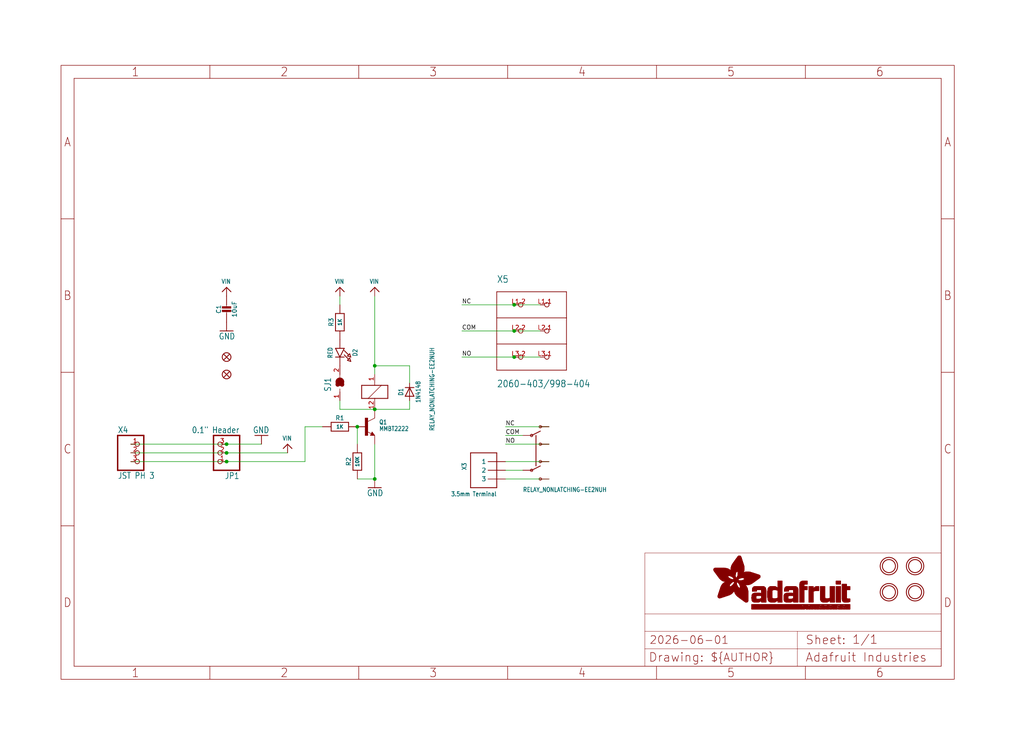
<source format=kicad_sch>
(kicad_sch (version 20230121) (generator eeschema)
  (paper "User" 298.45 217.322)
  (lib_symbols
    (symbol "working-eagle-import:2060-403/998-404"
      (property "Reference" "X" (at -10.16 13.97 0))
      (symbol "2060-403/998-404_1_0"
        (pin bidirectional inverted (at 2.54 7.62 0) (length 2.54) (name "P1.1") (number "L1.1"))
        (pin bidirectional inverted (at -5.08 7.62 0) (length 2.54) (name "P1.2") (number "L1.2"))
        (pin bidirectional inverted (at 2.54 0 0) (length 2.54) (name "P2.1") (number "L2.1"))
        (pin bidirectional inverted (at -5.08 0 0) (length 2.54) (name "P2.2") (number "L2.2"))
        (pin bidirectional inverted (at 2.54 -7.62 0) (length 2.54) (name "P3.1") (number "L3.1"))
        (pin bidirectional inverted (at -5.08 -7.62 0) (length 2.54) (name "P3.2") (number "L3.2"))
      )
    )
    (symbol "working-eagle-import:CAP_CERAMIC0805-NOOUTLINE"
      (property "Reference" "C" (at -2.29 1.25 90))
      (symbol "CAP_CERAMIC0805-NOOUTLINE_1_0"
        (pin passive line (at 0 5.08 270) (length 2.54) (name "1") (number "1"))
        (pin passive line (at 0 -2.54 90) (length 2.54) (name "2") (number "2"))
      )
    )
    (symbol "working-eagle-import:CON_JST_PH_3PIN"
      (property "Reference" "X" (at -6.35 5.715 0))
      (symbol "CON_JST_PH_3PIN_1_0"
        (pin passive inverted (at -2.54 2.54 0) (length 2.54) (name "1") (number "1"))
        (pin passive inverted (at -2.54 0 0) (length 2.54) (name "2") (number "2"))
        (pin passive inverted (at -2.54 -2.54 0) (length 2.54) (name "3") (number "3"))
      )
    )
    (symbol "working-eagle-import:DIODESOD-323"
      (property "Reference" "D" (at 0 2.54 0))
      (symbol "DIODESOD-323_1_0"
        (pin passive line (at -2.54 0 0) (length 2.54) (name "A") (number "A"))
        (pin passive line (at 2.54 0 180) (length 2.54) (name "C") (number "C"))
      )
    )
    (symbol "working-eagle-import:FIDUCIAL_1MM")
    (symbol "working-eagle-import:FRAME_A4_ADAFRUIT"
      (symbol "FRAME_A4_ADAFRUIT_1_0"
        (text "${#}/${##}" (at 230.505 10.16 0) (effects (font (size 2.54 2.54)) (justify left bottom)))
        (text "${AUTHOR}" (at 189.23 5.08 0) (effects (font (size 2.286 2.286)) (justify left bottom)))
        (text "${CURRENT_DATE}" (at 171.45 10.16 0) (effects (font (size 2.286 2.286)) (justify left bottom)))
        (text "${PROJECTNAME}" (at 171.45 15.24 0) (effects (font (size 2.54 2.54)) (justify left bottom)))
        (text "1" (at 21.6958 1.905 0) (effects (font (size 2.54 2.286))))
        (text "1" (at 21.6958 177.165 0) (effects (font (size 2.54 2.286))))
        (text "2" (at 65.0875 1.905 0) (effects (font (size 2.54 2.286))))
        (text "2" (at 65.0875 177.165 0) (effects (font (size 2.54 2.286))))
        (text "3" (at 108.4792 1.905 0) (effects (font (size 2.54 2.286))))
        (text "3" (at 108.4792 177.165 0) (effects (font (size 2.54 2.286))))
        (text "4" (at 151.8708 1.905 0) (effects (font (size 2.54 2.286))))
        (text "4" (at 151.8708 177.165 0) (effects (font (size 2.54 2.286))))
        (text "5" (at 195.2625 1.905 0) (effects (font (size 2.54 2.286))))
        (text "5" (at 195.2625 177.165 0) (effects (font (size 2.54 2.286))))
        (text "6" (at 238.6542 1.905 0) (effects (font (size 2.54 2.286))))
        (text "6" (at 238.6542 177.165 0) (effects (font (size 2.54 2.286))))
        (text "A" (at 1.905 156.6863 0) (effects (font (size 2.54 2.286))))
        (text "A" (at 258.445 156.6863 0) (effects (font (size 2.54 2.286))))
        (text "Adafruit Industries" (at 216.916 4.953 0) (effects (font (size 2.54 2.54)) (justify left bottom)))
        (text "B" (at 1.905 111.9188 0) (effects (font (size 2.54 2.286))))
        (text "B" (at 258.445 111.9188 0) (effects (font (size 2.54 2.286))))
        (text "C" (at 1.905 67.1513 0) (effects (font (size 2.54 2.286))))
        (text "C" (at 258.445 67.1513 0) (effects (font (size 2.54 2.286))))
        (text "D" (at 1.905 22.3838 0) (effects (font (size 2.54 2.286))))
        (text "D" (at 258.445 22.3838 0) (effects (font (size 2.54 2.286))))
        (text "Drawing:" (at 171.196 4.953 0) (effects (font (size 2.54 2.54)) (justify left bottom)))
        (text "Sheet:" (at 216.916 10.033 0) (effects (font (size 2.54 2.54)) (justify left bottom)))
      )
    )
    (symbol "working-eagle-import:GND" (power)
      (property "Value" "GND" (at -2.54 -2.54 0))
      (symbol "GND_1_0"
        (pin power_in line (at 0 2.54 270) (length 2.54) (name "GND") (number "1"))
      )
    )
    (symbol "working-eagle-import:HEADER-1X3"
      (property "Reference" "JP" (at -6.35 5.715 0))
      (symbol "HEADER-1X3_1_0"
        (pin passive inverted (at -2.54 2.54 0) (length 2.54) (name "1") (number "1"))
        (pin passive inverted (at -2.54 0 0) (length 2.54) (name "2") (number "2"))
        (pin passive inverted (at -2.54 -2.54 0) (length 2.54) (name "3") (number "3"))
      )
    )
    (symbol "working-eagle-import:LED0805_NOOUTLINE"
      (property "Reference" "D" (at -1.27 4.445 0))
      (symbol "LED0805_NOOUTLINE_1_0"
        (pin passive line (at -5.08 0 0) (length 2.54) (name "A") (number "A"))
        (pin passive line (at 2.54 0 180) (length 2.54) (name "C") (number "C"))
      )
    )
    (symbol "working-eagle-import:MOUNTINGHOLE2.5")
    (symbol "working-eagle-import:RELAY_NONLATCHING-EE2NUH"
      (symbol "RELAY_NONLATCHING-EE2NUH_1_0"
        (pin passive line (at 0 5.08 270) (length 2.54) (name "1") (number "1"))
        (pin passive line (at 0 -5.08 90) (length 2.54) (name "2") (number "12"))
      )
      (symbol "RELAY_NONLATCHING-EE2NUH_2_0"
        (pin passive line (at 2.54 7.62 180) (length 2.54) (name "O1") (number "10"))
        (pin passive line (at 2.54 -2.54 180) (length 2.54) (name "O2") (number "3"))
        (pin passive line (at -5.08 -5.08 0) (length 2.54) (name "P2") (number "4"))
        (pin passive line (at 2.54 -7.62 180) (length 2.54) (name "S2") (number "5"))
        (pin passive line (at 2.54 2.54 180) (length 2.54) (name "S1") (number "8"))
        (pin passive line (at -5.08 5.08 0) (length 2.54) (name "P1") (number "9"))
      )
    )
    (symbol "working-eagle-import:RESISTOR_0603_NOOUT"
      (property "Reference" "R" (at 0 2.54 0))
      (symbol "RESISTOR_0603_NOOUT_1_0"
        (pin passive line (at -5.08 0 0) (length 2.54) (name "1") (number "1"))
        (pin passive line (at 5.08 0 180) (length 2.54) (name "2") (number "2"))
      )
    )
    (symbol "working-eagle-import:SOLDERJUMPER_CLOSED"
      (property "Reference" "SJ" (at -2.54 2.54 0))
      (symbol "SOLDERJUMPER_CLOSED_1_0"
        (pin passive line (at -5.08 0 0) (length 2.54) (name "1") (number "1"))
        (pin passive line (at 5.08 0 180) (length 2.54) (name "2") (number "2"))
      )
    )
    (symbol "working-eagle-import:TERMBLOCK_1X3"
      (property "Reference" "X" (at -2.54 7.62 0))
      (symbol "TERMBLOCK_1X3_1_0"
        (pin passive line (at -5.08 2.54 0) (length 5.08) (name "1") (number "1"))
        (pin passive line (at -5.08 0 0) (length 5.08) (name "2") (number "2"))
        (pin passive line (at -5.08 -2.54 0) (length 5.08) (name "3") (number "3"))
      )
    )
    (symbol "working-eagle-import:TRANSISTOR_NPN"
      (property "Reference" "Q" (at 1.27 0.635 0))
      (symbol "TRANSISTOR_NPN_1_0"
        (pin passive line (at -5.08 0 0) (length 2.54) (name "B") (number "1"))
        (pin passive line (at 0 -5.08 90) (length 2.54) (name "E") (number "2"))
        (pin passive line (at 0 5.08 270) (length 2.54) (name "C") (number "3"))
      )
    )
    (symbol "working-eagle-import:VIN" (power)
      (property "Value" "VIN" (at -1.524 1.016 0))
      (symbol "VIN_1_0"
        (pin power_in line (at 0 -2.54 90) (length 2.54) (name "VIN") (number "1"))
      )
    )
  )
  (junction (at 66.04 132.08))
  (junction (at 149.86 96.52))
  (junction (at 66.04 129.54))
  (junction (at 104.14 124.46))
  (junction (at 109.22 119.38))
  (junction (at 109.22 139.7))
  (junction (at 149.86 88.9))
  (junction (at 149.86 104.14))
  (junction (at 66.04 134.62))
  (junction (at 109.22 106.68))
  (wire (pts (xy 109.22 106.68) (xy 109.22 86.36)) (stroke (width 0.1524)))
  (wire (pts (xy 160.02 134.62) (xy 147.32 134.62)) (stroke (width 0.1524)))
  (wire (pts (xy 147.32 137.16) (xy 152.4 137.16)) (stroke (width 0.1524)))
  (wire (pts (xy 157.48 104.14) (xy 149.86 104.14)) (stroke (width 0.1524)))
  (wire (pts (xy 104.14 129.54) (xy 104.14 124.46)) (stroke (width 0.1524)))
  (wire (pts (xy 147.32 127) (xy 152.4 127)) (stroke (width 0.1524)))
  (wire (pts (xy 38.1 129.54) (xy 66.04 129.54)) (stroke (width 0.1524)))
  (wire (pts (xy 149.86 104.14) (xy 134.62 104.14)) (stroke (width 0.1524)))
  (wire (pts (xy 38.1 134.62) (xy 66.04 134.62)) (stroke (width 0.1524)))
  (wire (pts (xy 134.62 96.52) (xy 149.86 96.52)) (stroke (width 0.1524)))
  (wire (pts (xy 157.48 88.9) (xy 149.86 88.9)) (stroke (width 0.1524)))
  (wire (pts (xy 149.86 88.9) (xy 134.62 88.9)) (stroke (width 0.1524)))
  (wire (pts (xy 160.02 139.7) (xy 147.32 139.7)) (stroke (width 0.1524)))
  (wire (pts (xy 109.22 106.68) (xy 109.22 109.22)) (stroke (width 0.1524)))
  (wire (pts (xy 99.06 116.84) (xy 99.06 119.38)) (stroke (width 0.1524)))
  (wire (pts (xy 99.06 119.38) (xy 109.22 119.38)) (stroke (width 0.1524)))
  (wire (pts (xy 88.9 124.46) (xy 93.98 124.46)) (stroke (width 0.1524)))
  (wire (pts (xy 66.04 132.08) (xy 38.1 132.08)) (stroke (width 0.1524)))
  (wire (pts (xy 149.86 96.52) (xy 157.48 96.52)) (stroke (width 0.1524)))
  (wire (pts (xy 83.82 132.08) (xy 66.04 132.08)) (stroke (width 0.1524)))
  (wire (pts (xy 119.38 111.76) (xy 119.38 106.68)) (stroke (width 0.1524)))
  (wire (pts (xy 119.38 106.68) (xy 109.22 106.68)) (stroke (width 0.1524)))
  (wire (pts (xy 109.22 139.7) (xy 109.22 129.54)) (stroke (width 0.1524)))
  (wire (pts (xy 160.02 124.46) (xy 147.32 124.46)) (stroke (width 0.1524)))
  (wire (pts (xy 66.04 134.62) (xy 88.9 134.62)) (stroke (width 0.1524)))
  (wire (pts (xy 104.14 139.7) (xy 109.22 139.7)) (stroke (width 0.1524)))
  (wire (pts (xy 119.38 119.38) (xy 119.38 116.84)) (stroke (width 0.1524)))
  (wire (pts (xy 88.9 134.62) (xy 88.9 124.46)) (stroke (width 0.1524)))
  (wire (pts (xy 147.32 129.54) (xy 160.02 129.54)) (stroke (width 0.1524)))
  (wire (pts (xy 109.22 119.38) (xy 119.38 119.38)) (stroke (width 0.1524)))
  (wire (pts (xy 99.06 86.36) (xy 99.06 88.9)) (stroke (width 0.1524)))
  (wire (pts (xy 76.2 129.54) (xy 66.04 129.54)) (stroke (width 0.1524)))
  (label "NC" (at 147.32 124.46 0) (effects (font (size 1.2446 1.2446))))
  (label "NO" (at 147.32 129.54 0) (effects (font (size 1.2446 1.2446))))
  (label "COM" (at 134.62 96.52 0) (effects (font (size 1.2446 1.2446))))
  (label "NC" (at 134.62 88.9 0) (effects (font (size 1.2446 1.2446))))
  (label "COM" (at 147.32 127 0) (effects (font (size 1.2446 1.2446))))
  (label "NO" (at 134.62 104.14 0) (effects (font (size 1.2446 1.2446))))
  (symbol (lib_id "working-eagle-import:TRANSISTOR_NPN") (at 109.22 124.46 0) (unit 1)
    (property "Reference" "Q1" (at 110.49 123.825 0) (effects (font (size 1.27 1.0795)) (justify left bottom)))
    (property "Value" "MMBT2222" (at 110.49 125.73 0) (effects (font (size 1.27 1.0795)) (justify left bottom)))
    (property "Footprint" "working:SOT23-R" (effects hide))
  )
  (symbol (lib_id "working-eagle-import:VIN") (at 99.06 83.82 0) (unit 1)
    (property "Reference" "#U$2" (effects hide))
    (property "Value" "VIN" (at 97.536 82.804 0) (effects (font (size 1.27 1.0795)) (justify left bottom)))
  )
  (symbol (lib_id "working-eagle-import:CAP_CERAMIC0805-NOOUTLINE") (at 66.04 91.44 0) (unit 1)
    (property "Reference" "C1" (at 63.75 90.19 90))
    (property "Value" "10uF" (at 68.34 90.19 90))
    (property "Footprint" "working:0805-NO" (effects hide))
  )
  (symbol (lib_id "working-eagle-import:VIN") (at 109.22 83.82 0) (unit 1)
    (property "Reference" "#U$3" (effects hide))
    (property "Value" "VIN" (at 107.696 82.804 0) (effects (font (size 1.27 1.0795)) (justify left bottom)))
  )
  (symbol (lib_id "working-eagle-import:RESISTOR_0603_NOOUT") (at 104.14 134.62 90) (unit 1)
    (property "Reference" "R2" (at 101.6 134.62 0))
    (property "Value" "10K" (at 104.14 134.62 0) (effects (font (size 1.016 1.016) bold)))
    (property "Footprint" "working:0603-NO" (effects hide))
  )
  (symbol (lib_id "working-eagle-import:VIN") (at 83.82 129.54 0) (unit 1)
    (property "Reference" "#U$6" (effects hide))
    (property "Value" "VIN" (at 82.296 128.524 0) (effects (font (size 1.27 1.0795)) (justify left bottom)))
  )
  (symbol (lib_id "working-eagle-import:RELAY_NONLATCHING-EE2NUH") (at 157.48 132.08 0) (unit 2)
    (property "Reference" "X1" (effects hide))
    (property "Value" "RELAY_NONLATCHING-EE2NUH" (at 152.4 143.51 0) (effects (font (size 1.27 1.0795)) (justify left bottom)))
    (property "Footprint" "working:RELAY_EE2_NOLATCH" (effects hide))
  )
  (symbol (lib_id "working-eagle-import:MOUNTINGHOLE2.5") (at 259.08 165.1 0) (unit 1)
    (property "Reference" "U$8" (effects hide))
    (property "Value" "MOUNTINGHOLE2.5" (effects hide))
    (property "Footprint" "working:MOUNTINGHOLE_2.5_PLATED" (effects hide))
  )
  (symbol (lib_id "working-eagle-import:FRAME_A4_ADAFRUIT") (at 17.78 198.12 0) (unit 1)
    (property "Reference" "#U$4" (effects hide))
    (property "Value" "FRAME_A4_ADAFRUIT" (effects hide))
  )
  (symbol (lib_id "working-eagle-import:2060-403/998-404") (at 154.94 96.52 0) (unit 1)
    (property "Reference" "X5" (at 144.78 82.55 0) (effects (font (size 2 1.7)) (justify left bottom)))
    (property "Value" "2060-403/998-404" (at 144.78 113.03 0) (effects (font (size 2 1.7)) (justify left bottom)))
    (property "Footprint" "working:P-2060-403_998-404" (effects hide))
  )
  (symbol (lib_id "working-eagle-import:HEADER-1X3") (at 63.5 132.08 180) (unit 1)
    (property "Reference" "JP1" (at 69.85 137.795 0) (effects (font (size 1.778 1.5113)) (justify left bottom)))
    (property "Value" "0.1\" Header" (at 69.85 124.46 0) (effects (font (size 1.778 1.5113)) (justify left bottom)))
    (property "Footprint" "working:1X03_OVAL" (effects hide))
  )
  (symbol (lib_id "working-eagle-import:GND") (at 76.2 127 0) (mirror x) (unit 1)
    (property "Reference" "#GND3" (effects hide))
    (property "Value" "GND" (at 73.66 124.46 0) (effects (font (size 1.778 1.5113)) (justify left bottom)))
  )
  (symbol (lib_id "working-eagle-import:DIODESOD-323") (at 119.38 114.3 90) (unit 1)
    (property "Reference" "D1" (at 116.84 114.3 0) (effects (font (size 1.27 1.0795))))
    (property "Value" "1N4148" (at 121.88 114.3 0) (effects (font (size 1.27 1.0795))))
    (property "Footprint" "working:SOD-323" (effects hide))
  )
  (symbol (lib_id "working-eagle-import:MOUNTINGHOLE2.5") (at 259.08 172.72 0) (unit 1)
    (property "Reference" "U$9" (effects hide))
    (property "Value" "MOUNTINGHOLE2.5" (effects hide))
    (property "Footprint" "working:MOUNTINGHOLE_2.5_PLATED" (effects hide))
  )
  (symbol (lib_id "working-eagle-import:SOLDERJUMPER_CLOSED") (at 99.06 111.76 90) (unit 1)
    (property "Reference" "SJ1" (at 96.52 114.3 0) (effects (font (size 1.778 1.5113)) (justify left bottom)))
    (property "Value" "SOLDERJUMPER_CLOSED" (effects hide))
    (property "Footprint" "working:SOLDERJUMPER_CLOSEDWIRE" (effects hide))
  )
  (symbol (lib_id "working-eagle-import:RELAY_NONLATCHING-EE2NUH") (at 109.22 114.3 0) (unit 1)
    (property "Reference" "X1" (effects hide))
    (property "Value" "RELAY_NONLATCHING-EE2NUH" (at 126.619 125.73 90) (effects (font (size 1.27 1.0795)) (justify left bottom)))
    (property "Footprint" "working:RELAY_EE2_NOLATCH" (effects hide))
  )
  (symbol (lib_id "working-eagle-import:MOUNTINGHOLE2.5") (at 266.7 165.1 0) (unit 1)
    (property "Reference" "U$10" (effects hide))
    (property "Value" "MOUNTINGHOLE2.5" (effects hide))
    (property "Footprint" "working:MOUNTINGHOLE_2.5_PLATED" (effects hide))
  )
  (symbol (lib_id "working-eagle-import:TERMBLOCK_1X3") (at 142.24 137.16 0) (mirror y) (unit 1)
    (property "Reference" "X3" (at 134.62 137.16 90) (effects (font (size 1.27 1.0795)) (justify left bottom)))
    (property "Value" "3.5mm Terminal" (at 144.78 144.78 0) (effects (font (size 1.27 1.0795)) (justify left bottom)))
    (property "Footprint" "working:TERMBLOCK_1X3-3.5MM" (effects hide))
  )
  (symbol (lib_id "working-eagle-import:MOUNTINGHOLE2.5") (at 266.7 172.72 0) (unit 1)
    (property "Reference" "U$1" (effects hide))
    (property "Value" "MOUNTINGHOLE2.5" (effects hide))
    (property "Footprint" "working:MOUNTINGHOLE_2.5_PLATED" (effects hide))
  )
  (symbol (lib_id "working-eagle-import:LED0805_NOOUTLINE") (at 99.06 104.14 270) (unit 1)
    (property "Reference" "D2" (at 103.505 102.87 0) (effects (font (size 1.27 1.0795))))
    (property "Value" "RED" (at 96.266 102.87 0) (effects (font (size 1.27 1.0795))))
    (property "Footprint" "working:CHIPLED_0805_NOOUTLINE" (effects hide))
  )
  (symbol (lib_id "working-eagle-import:FIDUCIAL_1MM") (at 66.04 109.22 0) (unit 1)
    (property "Reference" "FID2" (effects hide))
    (property "Value" "FIDUCIAL_1MM" (effects hide))
    (property "Footprint" "working:FIDUCIAL_1MM" (effects hide))
  )
  (symbol (lib_id "working-eagle-import:RESISTOR_0603_NOOUT") (at 99.06 124.46 0) (unit 1)
    (property "Reference" "R1" (at 99.06 121.92 0))
    (property "Value" "1K" (at 99.06 124.46 0) (effects (font (size 1.016 1.016) bold)))
    (property "Footprint" "working:0603-NO" (effects hide))
  )
  (symbol (lib_id "working-eagle-import:RESISTOR_0603_NOOUT") (at 99.06 93.98 90) (unit 1)
    (property "Reference" "R3" (at 96.52 93.98 0))
    (property "Value" "1K" (at 99.06 93.98 0) (effects (font (size 1.016 1.016) bold)))
    (property "Footprint" "working:0603-NO" (effects hide))
  )
  (symbol (lib_id "working-eagle-import:GND") (at 66.04 96.52 0) (mirror y) (unit 1)
    (property "Reference" "#GND2" (effects hide))
    (property "Value" "GND" (at 68.58 99.06 0) (effects (font (size 1.778 1.5113)) (justify left bottom)))
  )
  (symbol (lib_id "working-eagle-import:FIDUCIAL_1MM") (at 66.04 104.14 0) (unit 1)
    (property "Reference" "FID3" (effects hide))
    (property "Value" "FIDUCIAL_1MM" (effects hide))
    (property "Footprint" "working:FIDUCIAL_1MM" (effects hide))
  )
  (symbol (lib_id "working-eagle-import:CON_JST_PH_3PIN") (at 40.64 132.08 0) (unit 1)
    (property "Reference" "X4" (at 34.29 126.365 0) (effects (font (size 1.778 1.5113)) (justify left bottom)))
    (property "Value" "JST PH 3" (at 34.29 139.7 0) (effects (font (size 1.778 1.5113)) (justify left bottom)))
    (property "Footprint" "working:JSTPH3" (effects hide))
  )
  (symbol (lib_id "working-eagle-import:GND") (at 109.22 142.24 0) (mirror y) (unit 1)
    (property "Reference" "#GND1" (effects hide))
    (property "Value" "GND" (at 111.76 144.78 0) (effects (font (size 1.778 1.5113)) (justify left bottom)))
  )
  (symbol (lib_id "working-eagle-import:VIN") (at 66.04 83.82 0) (unit 1)
    (property "Reference" "#U$11" (effects hide))
    (property "Value" "VIN" (at 64.516 82.804 0) (effects (font (size 1.27 1.0795)) (justify left bottom)))
  )
)
</source>
